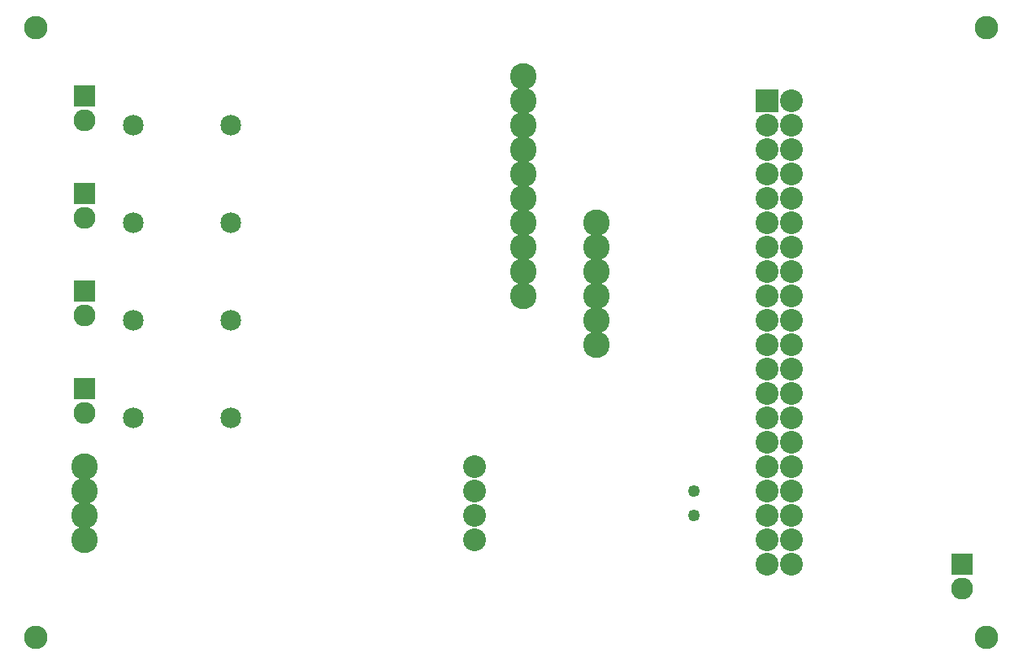
<source format=gts>
G04 MADE WITH FRITZING*
G04 WWW.FRITZING.ORG*
G04 DOUBLE SIDED*
G04 HOLES PLATED*
G04 CONTOUR ON CENTER OF CONTOUR VECTOR*
%FSLAX26Y26*%
%MOIN*%
%ADD10C,0.093307*%
%ADD11C,0.109055*%
%ADD12C,0.090000*%
%ADD13C,0.085000*%
%ADD14C,0.096614*%
%ADD15C,0.049370*%
%ADD16R,0.093307X0.093307*%
%ADD17R,0.090000X0.090000*%
G04 MASK1*
%FSLAX26Y26*%
%MOIN*%
D10*
X3273430Y2317467D03*
X3273430Y2217467D03*
X3273430Y2117467D03*
X3273430Y2017467D03*
X3273430Y1917467D03*
X3273430Y1817467D03*
X3273430Y1717470D03*
X3273430Y1617470D03*
X3273430Y1517470D03*
X3273430Y1417470D03*
X3273430Y1317470D03*
X3273430Y1217470D03*
X3273430Y1117470D03*
X3273430Y1017470D03*
X3273430Y917470D03*
X3273430Y817470D03*
X3273430Y717470D03*
X3273430Y617470D03*
X3273430Y517470D03*
X3273430Y417470D03*
X3173430Y2317467D03*
X3173430Y2217467D03*
X3173430Y2117467D03*
X3173430Y2017467D03*
X3173430Y1917467D03*
X3173430Y1817467D03*
X3173430Y1717470D03*
X3173430Y1617470D03*
X3173430Y1517470D03*
X3173430Y1417470D03*
X3173430Y1317470D03*
X3173430Y1217470D03*
X3173430Y1117470D03*
X3173430Y1017470D03*
X3173430Y917470D03*
X3173430Y817470D03*
X3173430Y717470D03*
X3173430Y617470D03*
X3173430Y517470D03*
X3173430Y417470D03*
X1973430Y817470D03*
X1973430Y717470D03*
X1973430Y617470D03*
X1973430Y517470D03*
D11*
X2173430Y2417467D03*
X2173430Y2317467D03*
X2173430Y2217467D03*
X2173430Y2117467D03*
X2173430Y2017467D03*
X2173430Y1917467D03*
X2173430Y1817467D03*
X2173430Y1717470D03*
X2173430Y1617470D03*
X2173430Y1517470D03*
X373425Y817470D03*
X373425Y717470D03*
X373425Y617470D03*
X373425Y517470D03*
D12*
X373425Y1536370D03*
X373425Y1436370D03*
X373425Y1936365D03*
X373425Y1836365D03*
X373425Y2336365D03*
X373425Y2236365D03*
D13*
X573425Y2217467D03*
X973425Y2217467D03*
X573425Y1817467D03*
X973425Y1817467D03*
X573425Y1417470D03*
X973425Y1417470D03*
D12*
X373425Y1136360D03*
X373425Y1036360D03*
D13*
X573425Y1017470D03*
X973425Y1017470D03*
D14*
X4073430Y2617468D03*
X173425Y2617468D03*
X4073430Y117470D03*
X173425Y117470D03*
D15*
X2873430Y717460D03*
X2873430Y717460D03*
X3973430Y417460D03*
X2173430Y2317468D03*
X973425Y1017460D03*
X973425Y1417460D03*
X973425Y1817468D03*
D12*
X3973430Y417470D03*
X3973430Y317470D03*
D15*
X2873430Y617460D03*
D11*
X2473430Y1817467D03*
X2473430Y1717470D03*
X2473430Y1617470D03*
X2473430Y1517470D03*
X2473430Y1417470D03*
X2473430Y1317470D03*
D16*
X3173434Y2317467D03*
D17*
X373425Y1536370D03*
X373425Y1936365D03*
X373425Y2336365D03*
X373425Y1136360D03*
X3973430Y417470D03*
G04 End of Mask1*
M02*
</source>
